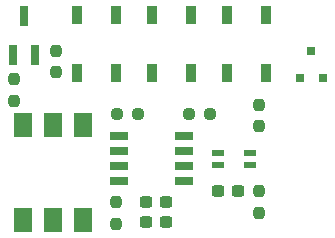
<source format=gbr>
%TF.GenerationSoftware,KiCad,Pcbnew,8.0.0*%
%TF.CreationDate,2024-03-06T18:55:44+09:00*%
%TF.ProjectId,Pmod_CAN,506d6f64-5f43-4414-9e2e-6b696361645f,rev?*%
%TF.SameCoordinates,Original*%
%TF.FileFunction,Paste,Top*%
%TF.FilePolarity,Positive*%
%FSLAX46Y46*%
G04 Gerber Fmt 4.6, Leading zero omitted, Abs format (unit mm)*
G04 Created by KiCad (PCBNEW 8.0.0) date 2024-03-06 18:55:44*
%MOMM*%
%LPD*%
G01*
G04 APERTURE LIST*
G04 Aperture macros list*
%AMRoundRect*
0 Rectangle with rounded corners*
0 $1 Rounding radius*
0 $2 $3 $4 $5 $6 $7 $8 $9 X,Y pos of 4 corners*
0 Add a 4 corners polygon primitive as box body*
4,1,4,$2,$3,$4,$5,$6,$7,$8,$9,$2,$3,0*
0 Add four circle primitives for the rounded corners*
1,1,$1+$1,$2,$3*
1,1,$1+$1,$4,$5*
1,1,$1+$1,$6,$7*
1,1,$1+$1,$8,$9*
0 Add four rect primitives between the rounded corners*
20,1,$1+$1,$2,$3,$4,$5,0*
20,1,$1+$1,$4,$5,$6,$7,0*
20,1,$1+$1,$6,$7,$8,$9,0*
20,1,$1+$1,$8,$9,$2,$3,0*%
G04 Aperture macros list end*
%ADD10R,1.550000X0.700000*%
%ADD11RoundRect,0.237500X0.237500X-0.250000X0.237500X0.250000X-0.237500X0.250000X-0.237500X-0.250000X0*%
%ADD12RoundRect,0.237500X0.300000X0.237500X-0.300000X0.237500X-0.300000X-0.237500X0.300000X-0.237500X0*%
%ADD13R,0.900000X1.500000*%
%ADD14RoundRect,0.237500X-0.237500X0.250000X-0.237500X-0.250000X0.237500X-0.250000X0.237500X0.250000X0*%
%ADD15R,1.050000X0.600000*%
%ADD16R,0.780000X0.780000*%
%ADD17RoundRect,0.237500X-0.250000X-0.237500X0.250000X-0.237500X0.250000X0.237500X-0.250000X0.237500X0*%
%ADD18R,0.800000X1.800000*%
%ADD19R,1.600000X2.070000*%
G04 APERTURE END LIST*
D10*
%TO.C,IC1*%
X151453000Y-99568000D03*
X151453000Y-100838000D03*
X151453000Y-102108000D03*
X151453000Y-103378000D03*
X156903000Y-103378000D03*
X156903000Y-102108000D03*
X156903000Y-100838000D03*
X156903000Y-99568000D03*
%TD*%
D11*
%TO.C,R7*%
X163271200Y-98702500D03*
X163271200Y-96877500D03*
%TD*%
D12*
%TO.C,C1*%
X155421500Y-106807000D03*
X153696500Y-106807000D03*
%TD*%
%TO.C,C2*%
X161492100Y-104190800D03*
X159767100Y-104190800D03*
%TD*%
D13*
%TO.C,D3*%
X160528000Y-94234000D03*
X163828000Y-94234000D03*
X163828000Y-89334000D03*
X160528000Y-89334000D03*
%TD*%
D11*
%TO.C,R5*%
X142494000Y-96543500D03*
X142494000Y-94718500D03*
%TD*%
D14*
%TO.C,R2*%
X151130000Y-105132500D03*
X151130000Y-106957500D03*
%TD*%
D11*
%TO.C,R1*%
X163271200Y-106017700D03*
X163271200Y-104192700D03*
%TD*%
D13*
%TO.C,D2*%
X154178000Y-94234000D03*
X157478000Y-94234000D03*
X157478000Y-89334000D03*
X154178000Y-89334000D03*
%TD*%
D15*
%TO.C,L1*%
X159838000Y-101973000D03*
X162488000Y-101973000D03*
X162488000Y-100973000D03*
X159838000Y-100973000D03*
%TD*%
D16*
%TO.C,D4*%
X166751000Y-94617000D03*
X168651000Y-94617000D03*
X167701000Y-92327000D03*
%TD*%
D13*
%TO.C,D1*%
X147828000Y-94234000D03*
X151128000Y-94234000D03*
X151128000Y-89334000D03*
X147828000Y-89334000D03*
%TD*%
D14*
%TO.C,R6*%
X146050000Y-92305500D03*
X146050000Y-94130500D03*
%TD*%
D17*
%TO.C,R4*%
X157329500Y-97663000D03*
X159154500Y-97663000D03*
%TD*%
D12*
%TO.C,C3*%
X155421500Y-105156000D03*
X153696500Y-105156000D03*
%TD*%
D18*
%TO.C,Q1*%
X142433000Y-92709000D03*
X144333000Y-92709000D03*
X143383000Y-89409000D03*
%TD*%
D17*
%TO.C,R3*%
X151233500Y-97663000D03*
X153058500Y-97663000D03*
%TD*%
D19*
%TO.C,IC2*%
X148336000Y-98571000D03*
X148336000Y-106661000D03*
X145796000Y-98571000D03*
X145796000Y-106661000D03*
X143256000Y-98571000D03*
X143256000Y-106661000D03*
%TD*%
M02*

</source>
